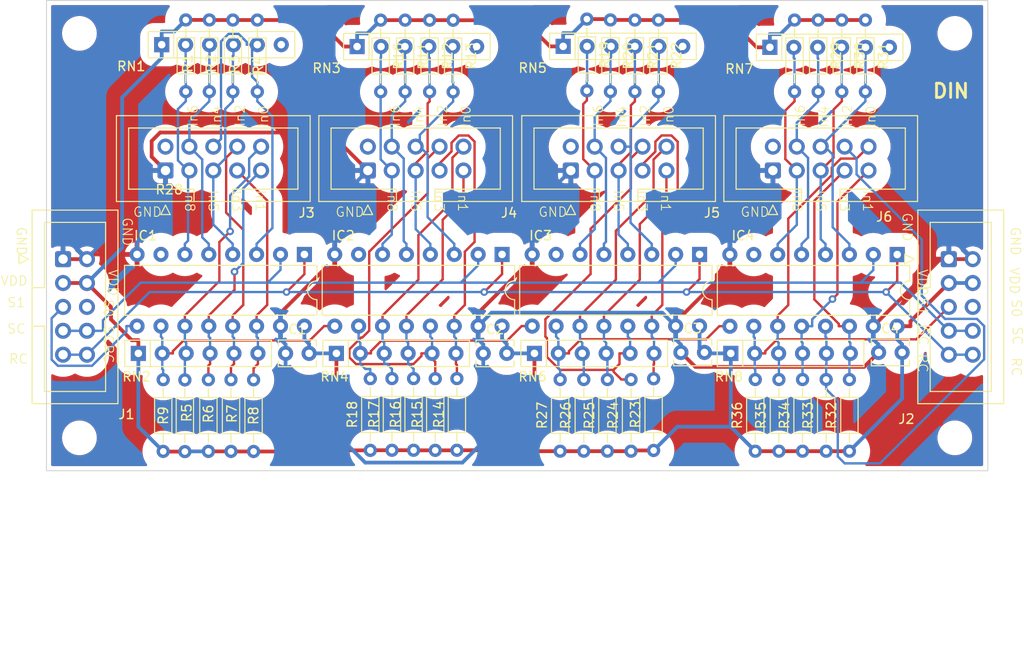
<source format=kicad_pcb>
(kicad_pcb (version 20221018) (generator pcbnew)
  (layers (0 "F.Cu" signal) (31 "B.Cu" signal) (34 "B.Paste" user) (35 "F.Paste" user) (36 "B.SilkS" user "B.Silkscreen") (37 "F.SilkS" user "F.Silkscreen") (38 "B.Mask" user) (39 "F.Mask" user) (44 "Edge.Cuts" user))
  (net 0 "")
  (net 1 "GND")
  (net 2 "+5V")
  (net 3 "RC")
  (net 4 "SC")
  (net 5 "Net-(IC1-D4)")
  (net 6 "Net-(IC1-D5)")
  (net 7 "Net-(IC1-D7)")
  (net 9 "Net-(IC1-Q7)")
  (net 10 "Net-(IC1-DS)")
  (net 11 "Net-(IC1-D0)")
  (net 12 "Net-(IC1-D1)")
  (net 13 "Net-(IC1-D2)")
  (net 14 "Net-(IC1-D3)")
  (net 15 "Net-(IC2-D4)")
  (net 16 "Net-(IC2-D5)")
  (net 17 "Net-(IC2-D6)")
  (net 18 "Net-(IC2-D7)")
  (net 20 "Net-(IC2-DS)")
  (net 21 "Net-(IC2-D0)")
  (net 22 "Net-(IC2-D1)")
  (net 23 "Net-(IC2-D2)")
  (net 24 "Net-(IC2-D3)")
  (net 25 "Net-(IC3-D4)")
  (net 26 "Net-(IC3-D5)")
  (net 27 "Net-(IC3-D6)")
  (net 28 "Net-(IC3-D7)")
  (net 30 "Net-(IC3-DS)")
  (net 31 "Net-(IC3-D0)")
  (net 32 "Net-(IC3-D1)")
  (net 33 "Net-(IC3-D2)")
  (net 34 "Net-(IC3-D3)")
  (net 35 "Net-(IC4-D4)")
  (net 36 "Net-(IC4-D5)")
  (net 37 "Net-(IC4-D6)")
  (net 38 "Net-(IC4-D7)")
  (net 40 "Net-(IC4-DS)")
  (net 41 "Net-(IC4-D0)")
  (net 42 "Net-(IC4-D1)")
  (net 43 "Net-(IC4-D2)")
  (net 44 "Net-(IC4-D3)")
  (net 54 "Net-(IC1-D6)")
  (footprint "MountingHole:MountingHole_3.2mm_M3" (layer "F.Cu") (at 43.5 93.5)
    (fp_text reference "H1" hide)
    (fp_text value "MountingHole" hide)
  )
  (footprint "Resistor_THT:R_Axial_DIN0204_L3.6mm_D1.6mm_P7.62mm_Horizontal" (layer "F.Cu") (at 99.59 137.92 90)
    (fp_text reference "R25")
    (fp_text value "10k")
  )
  (footprint "Resistor_THT:R_Axial_DIN0204_L3.6mm_D1.6mm_P7.62mm_Horizontal" (layer "F.Cu") (at 54.7 137.96 90)
    (fp_text reference "R5")
    (fp_text value "10k")
  )
  (footprint "MountingHole:MountingHole_3.2mm_M3" (layer "F.Cu") (at 136.5 136.5)
    (fp_text reference "H4" hide)
    (fp_text value "MountingHole" hide)
  )
  (footprint "lib 2022 ksir:IDC-Header_2x05_P2.54mm_Vertical_ksr_dIN" (layer "F.Cu") (at 95.7 108.08 90)
    (fp_text reference "J5")
    (fp_text value "sin_in")
  )
  (footprint "Resistor_THT:R_Axial_DIN0204_L3.6mm_D1.6mm_P7.62mm_Horizontal" (layer "F.Cu") (at 59.6 137.94 90)
    (fp_text reference "R7")
    (fp_text value "10k")
  )
  (footprint "Capacitor_THT:C_Disc_D3.8mm_W2.6mm_P2.50mm" (layer "F.Cu") (at 86.4 127.52)
    (fp_text reference "C2")
    (fp_text value "100nf")
  )
  (footprint "Resistor_THT:R_Axial_DIN0204_L3.6mm_D1.6mm_P7.62mm_Horizontal" (layer "F.Cu") (at 102.1 137.92 90)
    (fp_text reference "R24")
    (fp_text value "10k")
  )
  (footprint "Resistor_THT:R_Axial_DIN0204_L3.6mm_D1.6mm_P7.62mm_Horizontal" (layer "F.Cu") (at 97.08 137.92 90)
    (fp_text reference "R26")
    (fp_text value "10k")
  )
  (footprint "lib 2022 ksir:IDC-Header_2x05_P2.54mm_Vertical_ksr_TO_J8_J9" (layer "F.Cu") (at 41.76 117.5)
    (fp_text reference "J1")
    (fp_text value "sin_in")
  )
  (footprint "Resistor_THT:R_Axial_DIN0204_L3.6mm_D1.6mm_P7.62mm_Horizontal" (layer "F.Cu") (at 62.4 92.08 -90)
    (fp_text reference "R4")
    (fp_text value "10k")
  )
  (footprint "Resistor_THT:R_Axial_DIN0204_L3.6mm_D1.6mm_P7.62mm_Horizontal" (layer "F.Cu") (at 74.4 137.83 90)
    (fp_text reference "R18")
    (fp_text value "10k")
  )
  (footprint "Capacitor_THT:C_Disc_D3.8mm_W2.6mm_P2.50mm" (layer "F.Cu") (at 65.4 127.52)
    (fp_text reference "C1")
    (fp_text value "100nf")
  )
  (footprint "Resistor_THT:R_Axial_DIN0204_L3.6mm_D1.6mm_P7.62mm_Horizontal" (layer "F.Cu") (at 120.32 137.92 90)
    (fp_text reference "R34")
    (fp_text value "10k")
  )
  (footprint "Resistor_THT:R_Axial_DIN0204_L3.6mm_D1.6mm_P7.62mm_Horizontal" (layer "F.Cu") (at 119.47 92.08 -90)
    (fp_text reference "R28")
    (fp_text value "10k")
  )
  (footprint "Package_DIP:DIP-16_W7.62mm" (layer "F.Cu") (at 130.38 117.0132 -90)
    (fp_text reference "IC4")
    (fp_text value "74HC165")
  )
  (footprint "Resistor_THT:R_Array_SIP6" (layer "F.Cu") (at 94.89 94.88)
    (fp_text reference "RN5")
    (fp_text value "R_Network05")
  )
  (footprint "Resistor_THT:R_Axial_DIN0204_L3.6mm_D1.6mm_P7.62mm_Horizontal" (layer "F.Cu") (at 83.6 137.82 90)
    (fp_text reference "R14")
    (fp_text value "10k")
  )
  (footprint "Resistor_THT:R_Axial_DIN0204_L3.6mm_D1.6mm_P7.62mm_Horizontal" (layer "F.Cu") (at 79 137.82 90)
    (fp_text reference "R16")
    (fp_text value "10k")
  )
  (footprint "Resistor_THT:R_Axial_DIN0204_L3.6mm_D1.6mm_P7.62mm_Horizontal" (layer "F.Cu") (at 105.01 92.08 -90)
    (fp_text reference "R22")
    (fp_text value "10k")
  )
  (footprint "Resistor_THT:R_Axial_DIN0204_L3.6mm_D1.6mm_P7.62mm_Horizontal" (layer "F.Cu") (at 94.57 137.92 90)
    (fp_text reference "R27")
    (fp_text value "10k")
  )
  (footprint "Resistor_THT:R_Axial_DIN0204_L3.6mm_D1.6mm_P7.62mm_Horizontal" (layer "F.Cu") (at 75.5 92.09 -90)
    (fp_text reference "R10")
    (fp_text value "10k")
  )
  (footprint "Resistor_THT:R_Axial_DIN0204_L3.6mm_D1.6mm_P7.62mm_Horizontal" (layer "F.Cu") (at 57.3 92.07 -90)
    (fp_text reference "R2")
    (fp_text value "10k")
  )
  (footprint "MountingHole:MountingHole_3.2mm_M3" (layer "F.Cu") (at 136.5 93.5)
    (fp_text reference "H2" hide)
    (fp_text value "MountingHole" hide)
  )
  (footprint "lib 2022 ksir:IDC-Header_2x05_P2.54mm_Vertical_ksr_dIN" (layer "F.Cu") (at 52.64 108.08 90)
    (fp_text reference "J3")
    (fp_text value "sin_in")
  )
  (footprint "Resistor_THT:R_Axial_DIN0204_L3.6mm_D1.6mm_P7.62mm_Horizontal" (layer "F.Cu") (at 81.3 137.83 90)
    (fp_text reference "R15")
    (fp_text value "10k")
  )
  (footprint "Resistor_THT:R_Axial_DIN0204_L3.6mm_D1.6mm_P7.62mm_Horizontal" (layer "F.Cu") (at 83.2 92.1 -90)
    (fp_text reference "R13")
    (fp_text value "10k")
  )
  (footprint "Resistor_THT:R_Array_SIP6" (layer "F.Cu") (at 73 94.9)
    (fp_text reference "RN3")
    (fp_text value "R_Network05")
  )
  (footprint "Resistor_THT:R_Axial_DIN0204_L3.6mm_D1.6mm_P7.62mm_Horizontal" (layer "F.Cu") (at 80.7 92.09 -90)
    (fp_text reference "R12")
    (fp_text value "10k")
  )
  (footprint "Package_DIP:DIP-16_W7.62mm" (layer "F.Cu") (at 88.4 117 -90)
    (fp_text reference "IC2")
    (fp_text value "74HC165")
  )
  (footprint "Package_DIP:DIP-16_W7.62mm" (layer "F.Cu") (at 67.4 117 -90)
    (fp_text reference "IC1")
    (fp_text value "74HC165")
  )
  (footprint "Capacitor_THT:C_Disc_D3.8mm_W2.6mm_P2.50mm" (layer "F.Cu") (at 128.4 127.42)
    (fp_text reference "C4")
    (fp_text value "100nf")
  )
  (footprint "Resistor_THT:R_Array_SIP6" (layer "F.Cu") (at 70.8 127.52)
    (fp_text reference "RN4")
    (fp_text value "R_Network05")
  )
  (footprint "Resistor_THT:R_Array_SIP6" (layer "F.Cu") (at 52.24 94.7)
    (fp_text reference "RN1")
    (fp_text value "R_Network05")
  )
  (footprint "Resistor_THT:R_Axial_DIN0204_L3.6mm_D1.6mm_P7.62mm_Horizontal" (layer "F.Cu") (at 97.41 91.98 -90)
    (fp_text reference "R19")
    (fp_text value "10k")
  )
  (footprint "Resistor_THT:R_Array_SIP6" (layer "F.Cu") (at 116.85 94.98)
    (fp_text reference "RN7")
    (fp_text value "R_Network05")
  )
  (footprint "MountingHole:MountingHole_3.2mm_M3" (layer "F.Cu") (at 43.5 136.5)
    (fp_text reference "H3" hide)
    (fp_text value "MountingHole" hide)
  )
  (footprint "lib 2022 ksir:IDC-Header_2x05_P2.54mm_Vertical_ksr_dIN" (layer "F.Cu") (at 74.14 108.08 90)
    (fp_text reference "J4")
    (fp_text value "sin_in")
  )
  (footprint "Resistor_THT:R_Axial_DIN0204_L3.6mm_D1.6mm_P7.62mm_Horizontal" (layer "F.Cu") (at 52.4 137.94 90)
    (fp_text reference "R9")
    (fp_text value "10k")
  )
  (footprint "Resistor_THT:R_Axial_DIN0204_L3.6mm_D1.6mm_P7.62mm_Horizontal" (layer "F.Cu") (at 59.8 92.08 -90)
    (fp_text reference "R3")
    (fp_text value "10k")
  )
  (footprint "Resistor_THT:R_Axial_DIN0204_L3.6mm_D1.6mm_P7.62mm_Horizontal" (layer "F.Cu") (at 121.98 92.08 -90)
    (fp_text reference "R29")
    (fp_text value "10k")
  )
  (footprint "Resistor_THT:R_Axial_DIN0204_L3.6mm_D1.6mm_P7.62mm_Horizontal" (layer "F.Cu") (at 122.83 137.92 90)
    (fp_text reference "R33")
    (fp_text value "10k")
  )
  (footprint "Resistor_THT:R_Array_SIP6" (layer "F.Cu") (at 91.84 127.52)
    (fp_text reference "RN6")
    (fp_text value "R_Network05")
  )
  (footprint "lib 2022 ksir:IDC-Header_2x05_P2.54mm_Vertical_ksr_dIN" (layer "F.Cu") (at 117.17 108.08 90)
    (fp_text reference "J6")
    (fp_text value "sin_in")
  )
  (footprint "Resistor_THT:R_Axial_DIN0204_L3.6mm_D1.6mm_P7.62mm_Horizontal" (layer "F.Cu") (at 124.49 92.08 -90)
    (fp_text reference "R30")
    (fp_text value "10k")
  )
  (footprint "Resistor_THT:R_Axial_DIN0204_L3.6mm_D1.6mm_P7.62mm_Horizontal" (layer "F.Cu") (at 127 92.08 -90)
    (fp_text reference "R31")
    (fp_text value "10k")
  )
  (footprint "Resistor_THT:R_Axial_DIN0204_L3.6mm_D1.6mm_P7.62mm_Horizontal" (layer "F.Cu") (at 125.3 137.92 90)
    (fp_text reference "R32")
    (fp_text value "10k")
  )
  (footprint "Resistor_THT:R_Axial_DIN0204_L3.6mm_D1.6mm_P7.62mm_Horizontal" (layer "F.Cu") (at 78.1 92.09 -90)
    (fp_text reference "R11")
    (fp_text value "10k")
  )
  (footprint "Resistor_THT:R_Axial_DIN0204_L3.6mm_D1.6mm_P7.62mm_Horizontal" (layer "F.Cu") (at 104.5 137.84 90)
    (fp_text reference "R23")
    (fp_text value "10k")
  )
  (footprint "Resistor_THT:R_Array_SIP6" (layer "F.Cu") (at 49.76 127.52)
    (fp_text reference "RN2")
    (fp_text value "R_Network05")
  )
  (footprint "Resistor_THT:R_Array_SIP6" (layer "F.Cu") (at 112.7 127.52)
    (fp_text reference "RN8")
    (fp_text value "R_Network05")
  )
  (footprint "Resistor_THT:R_Axial_DIN0204_L3.6mm_D1.6mm_P7.62mm_Horizontal" (layer "F.Cu") (at 62 137.95 90)
    (fp_text reference "R8")
    (fp_text value "10k")
  )
  (footprint "Resistor_THT:R_Axial_DIN0204_L3.6mm_D1.6mm_P7.62mm_Horizontal" (layer "F.Cu") (at 99.91 92.07 -90)
    (fp_text reference "R20")
    (fp_text value "10k")
  )
  (footprint "Resistor_THT:R_Axial_DIN0204_L3.6mm_D1.6mm_P7.62mm_Horizontal" (layer "F.Cu") (at 115.3 137.92 90)
    (fp_text reference "R36")
    (fp_text value "10k")
  )
  (footprint "Resistor_THT:R_Axial_DIN0204_L3.6mm_D1.6mm_P7.62mm_Horizontal" (layer "F.Cu") (at 57.2 137.94 90)
    (fp_text reference "R6")
    (fp_text value "10k")
  )
  (footprint "Capacitor_THT:C_Disc_D3.8mm_W2.6mm_P2.50mm" (layer "F.Cu") (at 107.4 127.42)
    (fp_text reference "C3")
    (fp_text value "100nf")
  )
  (footprint "Resistor_THT:R_Axial_DIN0204_L3.6mm_D1.6mm_P7.62mm_Horizontal" (layer "F.Cu") (at 76.7 137.82 90)
    (fp_text reference "R17")
    (fp_text value "10k")
  )
  (footprint "lib 2022 ksir:IDC-Header_2x05_P2.54mm_Vertical_ksr_TO_J8_J9" (layer "F.Cu") (at 135.86 117.5)
    (fp_text reference "J2")
    (fp_text value "sin_in")
  )
  (footprint "Package_DIP:DIP-16_W7.62mm" (layer "F.Cu") (at 109.38 117 -90)
    (fp_text reference "IC3")
    (fp_text value "74HC165")
  )
  (footprint "Resistor_THT:R_Axial_DIN0204_L3.6mm_D1.6mm_P7.62mm_Horizontal" (layer "F.Cu") (at 54.8 92.07 -90)
    (fp_text reference "R1")
    (fp_text value "10k")
  )
  (footprint "Resistor_THT:R_Axial_DIN0204_L3.6mm_D1.6mm_P7.62mm_Horizontal" (layer "F.Cu") (at 102.51 92.08 -90)
    (fp_text reference "R21")
    (fp_text value "10k")
  )
  (footprint "Resistor_THT:R_Axial_DIN0204_L3.6mm_D1.6mm_P7.62mm_Horizontal" (layer "F.Cu") (at 117.81 137.92 90)
    (fp_text reference "R35")
    (fp_text value "10k")
  )
  (gr_poly (pts (xy 140 140) (xy 40 140) (xy 40 90) (xy 140 90)) (stroke (width 0.1)) (fill none) (layer "Edge.Cuts"))
  (gr_text "DIN" (at 134 100.5) (layer "F.SilkS") (effects (font (size 1.5 1.5) (thickness 0.3) bold) (justify left bottom)))
  (segment (start 64.86 123.2199) (end 69.6798 118.4001) (width 0.4) (layer "F.Cu") (net 1))
  (segment (start 70.1 104.04) (end 74.14 108.08) (width 0.4) (layer "F.Cu") (net 1))
  (segment (start 108.94 128.96) (end 126.86 128.96) (width 0.4) (layer "F.Cu") (net 1))
  (segment (start 85.86 123.2199) (end 90.6798 118.4001) (width 0.4) (layer "F.Cu") (net 1))
  (segment (start 64.86 124.62) (end 64.86 123.2199) (width 0.4) (layer "F.Cu") (net 1))
  (segment (start 44.3 117.5) (end 41.76 117.5) (width 0.4) (layer "F.Cu") (net 1))
  (segment (start 52.0744 104.04) (end 70.1 104.04) (width 0.4) (layer "F.Cu") (net 1))
  (segment (start 70.62 117) (end 70.62 118.4001) (width 0.4) (layer "F.Cu") (net 1))
  (segment (start 69.6798 118.4001) (end 70.62 118.4001) (width 0.4) (layer "F.Cu") (net 1))
  (segment (start 134.9732 117.5) (end 135.86 117.5) (width 0.4) (layer "F.Cu") (net 1))
  (segment (start 107.4 127.42) (end 108.94 128.96) (width 0.4) (layer "F.Cu") (net 1))
  (segment (start 138.4 117.5) (end 135.86 117.5) (width 0.4) (layer "F.Cu") (net 1))
  (segment (start 112.6 118.4133) (end 107.7934 123.2199) (width 0.4) (layer "F.Cu") (net 1))
  (segment (start 49.62 117) (end 44.8 117) (width 0.4) (layer "F.Cu") (net 1))
  (segment (start 91.6 117) (end 91.6 118.4001) (width 0.4) (layer "F.Cu") (net 1))
  (segment (start 44.8 117) (end 44.3 117.5) (width 0.4) (layer "F.Cu") (net 1))
  (segment (start 106.84 124.62) (end 106.84 123.2199) (width 0.4) (layer "F.Cu") (net 1))
  (segment (start 107.7934 123.2199) (end 106.84 123.2199) (width 0.4) (layer "F.Cu") (net 1))
  (segment (start 51.1734 104.941) (end 52.0744 104.04) (width 0.4) (layer "F.Cu") (net 1))
  (segment (start 85.86 124.62) (end 85.86 123.2199) (width 0.4) (layer "F.Cu") (net 1))
  (segment (start 51.1734 106.6134) (end 51.1734 104.941) (width 0.4) (layer "F.Cu") (net 1))
  (segment (start 90.6798 118.4001) (end 91.6 118.4001) (width 0.4) (layer "F.Cu") (net 1))
  (segment (start 126.86 128.96) (end 128.4 127.42) (width 0.4) (layer "F.Cu") (net 1))
  (segment (start 52.64 108.08) (end 51.1734 106.6134) (width 0.4) (layer "F.Cu") (net 1))
  (segment (start 127.84 124.6332) (end 134.9732 117.5) (width 0.4) (layer "F.Cu") (net 1))
  (segment (start 112.6 117.0132) (end 112.6 118.4133) (width 0.4) (layer "F.Cu") (net 1))
  (segment (start 64.86 124.62) (end 64.86 126.0201) (width 0.4) (layer "B.Cu") (net 1))
  (segment (start 105.405 123.185) (end 106.84 124.62) (width 0.4) (layer "B.Cu") (net 1))
  (segment (start 128.4 126.5933) (end 128.4 127.42) (width 0.4) (layer "B.Cu") (net 1))
  (segment (start 91.6 117) (end 91.6 112.18) (width 0.4) (layer "B.Cu") (net 1))
  (segment (start 52.64 108.08) (end 52.64 112.5799) (width 0.4) (layer "B.Cu") (net 1))
  (segment (start 65.4 127.52) (end 65.4 130.6712) (width 0.4) (layer "B.Cu") (net 1))
  (segment (start 107.4 126.5801) (end 107.4 127.42) (width 0.4) (layer "B.Cu") (net 1))
  (segment (start 127.84 124.6332) (end 127.84 126.0333) (width 0.4) (layer "B.Cu") (net 1))
  (segment (start 91.6 112.18) (end 95.7 108.08) (width 0.4) (layer "B.Cu") (net 1))
  (segment (start 70.62 117) (end 70.62 111.6) (width 0.4) (layer "B.Cu") (net 1))
  (segment (start 106.84 126.0201) (end 107.4 126.5801) (width 0.4) (layer "B.Cu") (net 1))
  (segment (start 49.62 117) (end 49.62 115.5999) (width 0.4) (layer "B.Cu") (net 1))
  (segment (start 73.8597 139.1309) (end 84.1869 139.1309) (width 0.4) (layer "B.Cu") (net 1))
  (segment (start 64.86 126.0201) (end 65.4 126.5601) (width 0.4) (layer "B.Cu") (net 1))
  (segment (start 117.17 111.0431) (end 117.17 108.08) (width 0.4) (layer "B.Cu") (net 1))
  (segment (start 112.6 117.0132) (end 112.6 115.6131) (width 0.4) (layer "B.Cu") (net 1))
  (segment (start 87.295 123.185) (end 105.405 123.185) (width 0.4) (layer "B.Cu") (net 1))
  (segment (start 70.62 111.6) (end 74.14 108.08) (width 0.4) (layer "B.Cu") (net 1))
  (segment (start 85.86 124.62) (end 85.86 126.0201) (width 0.4) (layer "B.Cu") (net 1))
  (segment (start 86.4 136.9178) (end 86.4 127.52) (width 0.4) (layer "B.Cu") (net 1))
  (segment (start 84.1869 139.1309) (end 86.4 136.9178) (width 0.4) (layer "B.Cu") (net 1))
  (segment (start 85.86 124.62) (end 87.295 123.185) (width 0.4) (layer "B.Cu") (net 1))
  (segment (start 127.84 126.0333) (end 128.4 126.5933) (width 0.4) (layer "B.Cu") (net 1))
  (segment (start 112.6 115.6131) (end 117.17 111.0431) (width 0.4) (layer "B.Cu") (net 1))
  (segment (start 85.86 126.0201) (end 86.4 126.5601) (width 0.4) (layer "B.Cu") (net 1))
  (segment (start 52.64 112.5799) (end 49.62 115.5999) (width 0.4) (layer "B.Cu") (net 1))
  (segment (start 86.4 126.5601) (end 86.4 127.52) (width 0.4) (layer "B.Cu") (net 1))
  (segment (start 65.4 126.5601) (end 65.4 127.52) (width 0.4) (layer "B.Cu") (net 1))
  (segment (start 106.84 124.62) (end 106.84 126.0201) (width 0.4) (layer "B.Cu") (net 1))
  (segment (start 65.4 130.6712) (end 73.8597 139.1309) (width 0.4) (layer "B.Cu") (net 1))
  (segment (start 83.2 92.1) (end 90.7099 92.1) (width 0.4) (layer "F.Cu") (net 2))
  (segment (start 125.3 137.92) (end 122.83 137.92) (width 0.4) (layer "F.Cu") (net 2))
  (segment (start 104.5 137.84) (end 102.18 137.84) (width 0.4) (layer "F.Cu") (net 2))
  (segment (start 79.01 137.83) (end 81.3 137.83) (width 0.4) (layer "F.Cu") (net 2))
  (segment (start 57.3 92.07) (end 57.31 92.08) (width 0.4) (layer "F.Cu") (net 2))
  (segment (start 122.83 137.92) (end 120.32 137.92) (width 0.4) (layer "F.Cu") (net 2))
  (segment (start 124.49 92.08) (end 121.98 92.08) (width 0.4) (layer "F.Cu") (net 2))
  (segment (start 121.98 92.08) (end 119.47 92.08) (width 0.4) (layer "F.Cu") (net 2))
  (segment (start 74.41 137.82) (end 74.4 137.83) (width 0.4) (layer "F.Cu") (net 2))
  (segment (start 79 137.82) (end 79.01 137.83) (width 0.4) (layer "F.Cu") (net 2))
  (segment (start 102.51 92.08) (end 102.5 92.07) (width 0.4) (layer "F.Cu") (net 2))
  (segment (start 130.38 124.6332) (end 131.7801 124.6332) (width 0.4) (layer "F.Cu") (net 2))
  (segment (start 57.31 92.08) (end 59.8 92.08) (width 0.4) (layer "F.Cu") (net 2))
  (segment (start 57.2 137.94) (end 59.6 137.94) (width 0.4) (layer "F.Cu") (net 2))
  (segment (start 44.3 120.04) (end 46.8551 122.5951) (width 0.4) (layer "F.Cu") (net 2))
  (segment (start 97.08 137.92) (end 94.57 137.92) (width 0.4) (layer "F.Cu") (net 2))
  (segment (start 62.4 92.08) (end 68.7799 92.08) (width 0.4) (layer "F.Cu") (net 2))
  (segment (start 62 137.95) (end 70.68 137.95) (width 0.4) (layer "F.Cu") (net 2))
  (segment (start 41.76 120.04) (end 44.3 120.04) (width 0.4) (layer "F.Cu") (net 2))
  (segment (start 59.6 137.94) (end 59.61 137.95) (width 0.4) (layer "F.Cu") (net 2))
  (segment (start 46.8551 123.915) (end 49.06 126.1199) (width 0.4) (layer "F.Cu") (net 2))
  (segment (start 49.06 126.1199) (end 49.76 126.1199) (width 0.4) (layer "F.Cu") (net 2))
  (segment (start 91.94 137.92) (end 91.84 137.82) (width 0.4) (layer "F.Cu") (net 2))
  (segment (start 94.89 94.88) (end 93.4899 94.88) (width 0.4) (layer "F.Cu") (net 2))
  (segment (start 90.7099 92.1) (end 93.4899 94.88) (width 0.4) (layer "F.Cu") (net 2))
  (segment (start 102.1 137.92) (end 99.59 137.92) (width 0.4) (layer "F.Cu") (net 2))
  (segment (start 102.5 92.07) (end 99.91 92.07) (width 0.4) (layer "F.Cu") (net 2))
  (segment (start 112.5499 92.08) (end 115.4499 94.98) (width 0.4) (layer "F.Cu") (net 2))
  (segment (start 131.7801 124.1199) (end 135.86 120.04) (width 0.4) (layer "F.Cu") (net 2))
  (segment (start 73 94.9) (end 71.5999 94.9) (width 0.4) (layer "F.Cu") (net 2))
  (segment (start 78.1 92.09) (end 75.5 92.09) (width 0.4) (layer "F.Cu") (net 2))
  (segment (start 91.84 137.82) (end 91.84 127.52) (width 0.4) (layer "F.Cu") (net 2))
  (segment (start 83.59 137.83) (end 83.6 137.82) (width 0.4) (layer "F.Cu") (net 2))
  (segment (start 102.18 137.84) (end 102.1 137.92) (width 0.4) (layer "F.Cu") (net 2))
  (segment (start 131.7801 124.6332) (end 131.7801 124.1199) (width 0.4) (layer "F.Cu") (net 2))
  (segment (start 80.7 92.09) (end 83.19 92.09) (width 0.4) (layer "F.Cu") (net 2))
  (segment (start 70.8 137.83) (end 74.4 137.83) (width 0.4) (layer "F.Cu") (net 2))
  (segment (start 79 137.82) (end 76.7 137.82) (width 0.4) (layer "F.Cu") (net 2))
  (segment (start 54.8 92.07) (end 57.3 92.07) (width 0.4) (layer "F.Cu") (net 2))
  (segment (start 94.57 137.92) (end 91.94 137.92) (width 0.4) (layer "F.Cu") (net 2))
  (segment (start 70.8 137.83) (end 70.8 127.52) (width 0.4) (layer "F.Cu") (net 2))
  (segment (start 52.42 137.96) (end 52.4 137.94) (width 0.4) (layer "F.Cu") (net 2))
  (segment (start 105.01 92.08) (end 112.5499 92.08) (width 0.4) (layer "F.Cu") (net 2))
  (segment (start 116.85 94.98) (end 115.4499 94.98) (width 0.4) (layer "F.Cu") (net 2))
  (segment (start 99.82 91.98) (end 99.91 92.07) (width 0.4) (layer "F.Cu") (net 2))
  (segment (start 117.81 137.92) (end 120.32 137.92) (width 0.4) (layer "F.Cu") (net 2))
  (segment (start 68.7799 92.08) (end 71.5999 94.9) (width 0.4) (layer "F.Cu") (net 2))
  (segment (start 59.61 137.95) (end 62 137.95) (width 0.4) (layer "F.Cu") (net 2))
  (segment (start 81.3 137.83) (end 83.59 137.83) (width 0.4) (layer "F.Cu") (net 2))
  (segment (start 46.8551 122.5951) (end 46.8551 123.915) (width 0.4) (layer "F.Cu") (net 2))
  (segment (start 102.51 92.08) (end 105.01 92.08) (width 0.4) (layer "F.Cu") (net 2))
  (segment (start 76.7 137.82) (end 74.41 137.82) (width 0.4) (layer "F.Cu") (net 2))
  (segment (start 91.84 137.82) (end 83.6 137.82) (width 0.4) (layer "F.Cu") (net 2))
  (segment (start 78.1 92.09) (end 80.7 92.09) (width 0.4) (layer "F.Cu") (net 2))
  (segment (start 127 92.08) (end 124.49 92.08) (width 0.4) (layer "F.Cu") (net 2))
  (segment (start 59.8 92.08) (end 62.4 92.08) (width 0.4) (layer "F.Cu") (net 2))
  (segment (start 49.76 127.52) (end 49.76 126.1199) (width 0.4) (layer "F.Cu") (net 2))
  (segment (start 83.19 92.09) (end 83.2 92.1) (width 0.4) (layer "F.Cu") (net 2))
  (segment (start 54.7 137.96) (end 52.42 137.96) (width 0.4) (layer "F.Cu") (net 2))
  (segment (start 70.68 137.95) (end 70.8 137.83) (width 0.4) (layer "F.Cu") (net 2))
  (segment (start 97.41 91.98) (end 99.82 91.98) (width 0.4) (layer "F.Cu") (net 2))
  (segment (start 99.59 137.92) (end 97.08 137.92) (width 0.4) (layer "F.Cu") (net 2))
  (segment (start 115.3 137.92) (end 117.81 137.92) (width 0.4) (layer "F.Cu") (net 2))
  (segment (start 116.85 93.5799) (end 117.9701 93.5799) (width 0.4) (layer "B.Cu") (net 2))
  (segment (start 44.3 120.04) (end 48.0414 116.2986) (width 0.4) (layer "B.Cu") (net 2))
  (segment (start 117.9701 93.5799) (end 119.47 92.08) (width 0.4) (layer "B.Cu") (net 2))
  (segment (start 54.72 137.94) (end 54.7 137.96) (width 0.4) (layer "B.Cu") (net 2))
  (segment (start 112.7 135.32) (end 107.02 135.32) (width 0.4) (layer "B.Cu") (net 2))
  (segment (start 73 94.9) (end 73 93.4999) (width 0.4) (layer "B.Cu") (net 2))
  (segment (start 48.0414 100.2987) (end 52.24 96.1001) (width 0.4) (layer "B.Cu") (net 2))
  (segment (start 109.38 126.9) (end 109.9 127.42) (width 0.4) (layer "B.Cu") (net 2))
  (segment (start 48.0414 116.2986) (end 48.0414 100.2987) (width 0.4) (layer "B.Cu") (net 2))
  (segment (start 112.7 127.52) (end 110 127.52) (width 0.4) (layer "B.Cu") (net 2))
  (segment (start 130.38 126.0333) (end 130.9 126.5533) (width 0.4) (layer "B.Cu") (net 2))
  (segment (start 70.8 127.52) (end 67.9 127.52) (width 0.4) (layer "B.Cu") (net 2))
  (segment (start 95.9101 93.4799) (end 94.89 93.4799) (width 0.4) (layer "B.Cu") (net 2))
  (segment (start 109.38 124.62) (end 109.38 126.9) (width 0.4) (layer "B.Cu") (net 2))
  (segment (start 52.24 94.7) (end 52.24 96.1001) (width 0.4) (layer "B.Cu") (net 2))
  (segment (start 130.38 124.6332) (end 130.38 126.0333) (width 0.4) (layer "B.Cu") (net 2))
  (segment (start 112.7 127.52) (end 112.7 135.32) (width 0.4) (layer "B.Cu") (net 2))
  (segment (start 67.4 124.62) (end 67.4 126.0201) (width 0.4) (layer "B.Cu") (net 2))
  (segment (start 107.02 135.32) (end 104.5 137.84) (width 0.4) (layer "B.Cu") (net 2))
  (segment (start 88.4 124.62) (end 88.4 126.0201) (width 0.4) (layer "B.Cu") (net 2))
  (segment (start 130.9 127.42) (end 130.9 132.32) (width 0.4) (layer "B.Cu") (net 2))
  (segment (start 130.9 126.5533) (end 130.9 127.42) (width 0.4) (layer "B.Cu") (net 2))
  (segment (start 130.9 132.32) (end 125.3 137.92) (width 0.4) (layer "B.Cu") (net 2))
  (segment (start 49.76 135.3) (end 49.76 127.52) (width 0.4) (layer "B.Cu") (net 2))
  (segment (start 52.24 94.7) (end 52.24 93.2999) (width 0.4) (layer "B.Cu") (net 2))
  (segment (start 97.41 91.98) (end 95.9101 93.4799) (width 0.4) (layer "B.Cu") (net 2))
  (segment (start 74.0901 93.4999) (end 75.5 92.09) (width 0.4) (layer "B.Cu") (net 2))
  (segment (start 67.9 126.5201) (end 67.4 126.0201) (width 0.4) (layer "B.Cu") (net 2))
  (segment (start 112.7 135.32) (end 115.3 137.92) (width 0.4) (layer "B.Cu") (net 2))
  (segment (start 138.4 120.04) (end 135.86 120.04) (width 0.4) (layer "B.Cu") (net 2))
  (segment (start 57.2 137.94) (end 54.72 137.94) (width 0.4) (layer "B.Cu") (net 2))
  (segment (start 94.89 94.88) (end 94.89 93.4799) (width 0.4) (layer "B.Cu") (net 2))
  (segment (start 52.4 137.94) (end 49.76 135.3) (width 0.4) (layer "B.Cu") (net 2))
  (segment (start 88.9 127.52) (end 88.9 126.5201) (width 0.4) (layer "B.Cu") (net 2))
  (segment (start 73 93.4999) (end 74.0901 93.4999) (width 0.4) (layer "B.Cu") (net 2))
  (segment (start 52.24 93.2999) (end 53.5701 93.2999) (width 0.4) (layer "B.Cu") (net 2))
  (segment (start 91.84 127.52) (end 88.9 127.52) (width 0.4) (layer "B.Cu") (net 2))
  (segment (start 67.9 127.52) (end 67.9 126.5201) (width 0.4) (layer "B.Cu") (net 2))
  (segment (start 110 127.52) (end 109.9 127.42) (width 0.4) (layer "B.Cu") (net 2))
  (segment (start 53.5701 93.2999) (end 54.8 92.07) (width 0.4) (layer "B.Cu") (net 2))
  (segment (start 116.85 94.98) (end 116.85 93.5799) (width 0.4) (layer "B.Cu") (net 2))
  (segment (start 88.9 126.5201) (end 88.4 126.0201) (width 0.4) (layer "B.Cu") (net 2))
  (segment (start 88.4 117) (end 88.4 119.1) (width 0.25) (layer "F.Cu") (net 3))
  (segment (start 130.38 117.0132) (end 130.38 119.82) (width 0.25) (layer "F.Cu") (net 3))
  (segment (start 109.38 117) (end 109.38 119.62) (width 0.25) (layer "F.Cu") (net 3))
  (segment (start 109.38 119.62) (end 108 121) (width 0.25) (layer "F.Cu") (net 3))
  (segment (start 67.4 117) (end 67.4 119.1) (width 0.25) (layer "F.Cu") (net 3))
  (segment (start 67.4 119.1) (end 65.5 121) (width 0.25) (layer "F.Cu") (net 3))
  (segment (start 130.38 117.013) (end 130.38 117.0132) (width 0.25) (layer "F.Cu") (net 3))
  (segment (start 88.4 119.1) (end 86.5 121) (width 0.25) (layer "F.Cu") (net 3))
  (segment (start 130.38 119.82) (end 129.2 121) (width 0.25) (layer "F.Cu") (net 3))
  (via (at 86.5 121) (size 0.8) (drill 0.4) (layers "F.Cu" "B.Cu") (net 3))
  (via (at 65.5 121) (size 0.8) (drill 0.4) (layers "F.Cu" "B.Cu") (net 3))
  (via (at 108 121) (size 0.8) (drill 0.4) (layers "F.Cu" "B.Cu") (net 3))
  (via (at 129.2 121) (size 0.8) (drill 0.4) (layers "F.Cu" "B.Cu") (net 3))
  (segment (start 41.76 127.66) (end 44.3 127.66) (width 0.25) (layer "B.Cu") (net 3))
  (segment (start 50.96 121) (end 65.5 121) (width 0.25) (layer "B.Cu") (net 3))
  (segment (start 65.5 121) (end 86.5 121) (width 0.25) (layer "B.Cu") (net 3))
  (segment (start 135.86 127.66) (end 138.4 127.66) (width 0.25) (layer "B.Cu") (net 3))
  (segment (start 129.2 121) (end 135.86 127.66) (width 0.25) (layer "B.Cu") (net 3))
  (segment (start 108 121) (end 129.2 121) (width 0.25) (layer "B.Cu") (net 3))
  (segment (start 86.5 121) (end 108 121) (width 0.25) (layer "B.Cu") (net 3))
  (segment (start 44.3 127.66) (end 50.96 121) (width 0.25) (layer "B.Cu") (net 3))
  (segment (start 138.4 125.12) (end 135.86 125.12) (width 0.25) (layer "B.Cu") (net 4))
  (segment (start 84 120) (end 63.5 120) (width 0.25) (layer "B.Cu") (net 4))
  (segment (start 50 120) (end 46 124) (width 0.25) (layer "B.Cu") (net 4))
  (segment (start 46 125) (end 45.88 125.12) (width 0.25) (layer "B.Cu") (net 4))
  (segment (start 85.86 118.14) (end 84 120) (width 0.25) (layer "B.Cu") (net 4))
  (segment (start 126.5 120) (end 105 120) (width 0.25) (layer "B.Cu") (net 4))
  (segment (start 106.84 118.16) (end 105 120) (width 0.25) (layer "B.Cu") (net 4))
  (segment (start 64.86 117) (end 64.86 118.64) (width 0.25) (layer "B.Cu") (net 4))
  (segment (start 45.88 125.12) (end 44.3 125.12) (width 0.25) (layer "B.Cu") (net 4))
  (segment (start 127.84 118.66) (end 126.5 120) (width 0.25) (layer "B.Cu") (net 4))
  (segment (start 63.5 120) (end 50 120) (width 0.25) (layer "B.Cu") (net 4))
  (segment (start 85.86 117) (end 85.86 118.14) (width 0.25) (layer "B.Cu") (net 4))
  (segment (start 106.84 117) (end 106.84 118.16) (width 0.25) (layer "B.Cu") (net 4))
  (segment (start 64.86 118.64) (end 63.5 120) (width 0.25) (layer "B.Cu") (net 4))
  (segment (start 46 124) (end 46 125) (width 0.25) (layer "B.Cu") (net 4))
  (segment (start 44.3 125.12) (end 41.76 125.12) (width 0.25) (layer "B.Cu") (net 4))
  (segment (start 130.74 120) (end 126.5 120) (width 0.25) (layer "B.Cu") (net 4))
  (segment (start 127.84 117.013) (end 127.84 117.0132) (width 0.25) (layer "B.Cu") (net 4))
  (segment (start 105 120) (end 84 120) (width 0.25) (layer "B.Cu") (net 4))
  (segment (start 127.84 117.0132) (end 127.84 118.66) (width 0.25) (layer "B.Cu") (net 4))
  (segment (start 135.86 125.12) (end 130.74 120) (width 0.25) (layer "B.Cu") (net 4))
  (segment (start 61.8375 98.1124) (end 62.4 98.6749) (width 0.25) (layer "B.Cu") (net 5))
  (segment (start 62.4 99.7) (end 62.4 100.7251) (width 0.25) (layer "B.Cu") (net 5))
  (segment (start 61.8375 94.7) (end 61.8375 98.1124) (width 0.25) (layer "B.Cu") (net 5))
  (segment (start 58.5398 104.7202) (end 57.72 105.54) (width 0.25) (layer "B.Cu") (net 5))
  (segment (start 61.2749 94.7) (end 61.2749 94.4187) (width 0.25) (layer "B.Cu") (net 5))
  (segment (start 64.002 114.1929) (end 62.32 115.8749) (width 0.25) (layer "B.Cu") (net 5))
  (segment (start 59.3385 93.5557) (end 58.5398 94.3544) (width 0.25) (layer "B.Cu") (net 5))
  (segment (start 62.32 117) (end 62.32 115.8749) (width 0.25) (layer "B.Cu") (net 5))
  (segment (start 64.002 102.3271) (end 64.002 114.1929) (width 0.25) (layer "B.Cu") (net 5))
  (segment (start 61.2749 94.4187) (end 60.4119 93.5557) (width 0.25) (layer "B.Cu") (net 5))
  (segment (start 61.8375 94.7) (end 61.2749 94.7) (width 0.25) (layer "B.Cu") (net 5))
  (segment (start 62.4 99.7) (end 62.4 98.6749) (width 0.25) (layer "B.Cu") (net 5))
  (segment (start 60.4119 93.5557) (end 59.3385 93.5557) (width 0.25) (layer "B.Cu") (net 5))
  (segment (start 62.4 94.7) (end 61.8375 94.7) (width 0.25) (layer "B.Cu") (net 5))
  (segment (start 58.5398 94.3544) (end 58.5398 104.7202) (width 0.25) (layer "B.Cu") (net 5))
  (segment (start 62.4 100.7251) (end 64.002 102.3271) (width 0.25) (layer "B.Cu") (net 5))
  (segment (start 59.86 94.7) (end 59.86 95.8251) (width 0.25) (layer "B.Cu") (net 6))
  (segment (start 59.78 115.8749) (end 57.72 113.8149) (width 0.25) (layer "B.Cu") (net 6))
  (segment (start 59.8 99.7) (end 59.8 100.7251) (width 0.25) (layer "B.Cu") (net 6))
  (segment (start 58.99 101.5351) (end 59.8 100.7251) (width 0.25) (layer "B.Cu") (net 6))
  (segment (start 57.72 113.8149) (end 57.72 108.08) (width 0.25) (layer "B.Cu") (net 6))
  (segment (start 57.72 108.08) (end 58.99 106.81) (width 0.25) (layer "B.Cu") (net 6))
  (segment (start 58.99 106.81) (end 58.99 101.5351) (width 0.25) (layer "B.Cu") (net 6))
  (segment (start 59.78 117) (end 59.78 115.8749) (width 0.25) (layer "B.Cu") (net 6))
  (segment (start 59.8 95.8851) (end 59.8 99.7) (width 0.25) (layer "B.Cu") (net 6))
  (segment (start 59.86 95.8251) (end 59.8 95.8851) (width 0.25) (layer "B.Cu") (net 6))
  (segment (start 54.78 94.7) (end 54.78 98.6449) (width 0.25) (layer "B.Cu") (net 7))
  (segment (start 54.7 117) (end 54.7 115.8749) (width 0.25) (layer "B.Cu") (net 7))
  (segment (start 55.0398 115.5351) (end 54.7 115.8749) (width 0.25) (layer "B.Cu") (net 7))
  (segment (start 55.0398 108.08) (end 55.0398 115.5351) (width 0.25) (layer "B.Cu") (net 7))
  (segment (start 54.78 98.6449) (end 54.8 98.6649) (width 0.25) (layer "B.Cu") (net 7))
  (segment (start 54.8 100.7151) (end 53.9657 101.5494) (width 0.25) (layer "B.Cu") (net 7))
  (segment (start 54.8 99.69) (end 54.8 98.6649) (width 0.25) (layer "B.Cu") (net 7))
  (segment (start 53.9657 107.0059) (end 55.0398 108.08) (width 0.25) (layer "B.Cu") (net 7))
  (segment (start 55.18 108.08) (end 55.0398 108.08) (width 0.25) (layer "B.Cu") (net 7))
  (segment (start 54.8 99.69) (end 54.8 100.7151) (width 0.25) (layer "B.Cu") (net 7))
  (segment (start 53.9657 101.5494) (end 53.9657 107.0059) (width 0.25) (layer "B.Cu") (net 7))
  (segment (start 44.8392 128.8382) (end 41.2035 128.8382) (width 0.25) (layer "B.Cu") (net 9))
  (segment (start 41.2035 128.8382) (end 40.5468 128.1815) (width 0.25) (layer "B.Cu") (net 9))
  (segment (start 48.4949 124.62) (end 48.4949 125.1825) (width 0.25) (layer "B.Cu") (net 9))
  (segment (start 40.5468 128.1815) (end 40.5468 123.7932) (width 0.25) (layer "B.Cu") (net 9))
  (segment (start 40.5468 123.7932) (end 41.76 122.58) (width 0.25) (layer "B.Cu") (net 9))
  (segment (start 49.62 124.62) (end 48.4949 124.62) (width 0.25) (layer "B.Cu") (net 9))
  (segment (start 48.4949 125.1825) (end 44.8392 128.8382) (width 0.25) (layer "B.Cu") (net 9))
  (segment (start 69.4949 124.62) (end 67.9749 126.14) (width 0.25) (layer "F.Cu") (net 10))
  (segment (start 67.9749 126.14) (end 54.5719 126.14) (width 0.25) (layer "F.Cu") (net 10))
  (segment (start 52.3 127.52) (end 53.4251 127.52) (width 0.25) (layer "F.Cu") (net 10))
  (segment (start 54.5719 126.14) (end 53.4251 127.2868) (width 0.25) (layer "F.Cu") (net 10))
  (segment (start 70.62 124.62) (end 69.4949 124.62) (width 0.25) (layer "F.Cu") (net 10))
  (segment (start 53.4251 127.2868) (end 53.4251 127.52) (width 0.25) (layer "F.Cu") (net 10))
  (segment (start 52.3 125.8851) (end 52.16 125.7451) (width 0.25) (layer "B.Cu") (net 10))
  (segment (start 52.4 129.2949) (end 52.3 129.1949) (width 0.25) (layer "B.Cu") (net 10))
  (segment (start 52.3 127.52) (end 52.3 125.8851) (width 0.25) (layer "B.Cu") (net 10))
  (segment (start 52.4 130.32) (end 52.4 129.2949) (width 0.25) (layer "B.Cu") (net 10))
  (segment (start 52.16 124.62) (end 52.16 125.7451) (width 0.25) (layer "B.Cu") (net 10))
  (segment (start 52.3 129.1949) (end 52.3 127.52) (width 0.25) (layer "B.Cu") (net 10))
  (segment (start 54.7 124.62) (end 54.7 123.4949) (width 0.25) (layer "F.Cu") (net 11))
  (segment (start 54.7 123.4949) (end 58.3652 119.8297) (width 0.25) (layer "F.Cu") (net 11))
  (segment (start 58.3652 119.8297) (end 58.3652 115.6879) (width 0.25) (layer "F.Cu") (net 11))
  (segment (start 58.3652 115.6879) (end 59.5067 114.5464) (width 0.25) (layer "F.Cu") (net 11))
  (via (at 59.5067 114.5464) (size 0.8) (drill 0.4) (layers "F.Cu" "B.Cu") (net 11))
  (segment (start 54.84 126.9574) (end 54.84 126.3949) (width 0.25) (layer "B.Cu") (net 11))
  (segment (start 61.53 106.81) (end 61.53 108.7133) (width 0.25) (layer "B.Cu") (net 11))
  (segment (start 54.7 127.0974) (end 54.7 130.34) (width 0.25) (layer "B.Cu") (net 11))
  (segment (start 54.84 127.52) (end 54.84 126.9574) (width 0.25) (layer "B.Cu") (net 11))
  (segment (start 62.8 105.54) (end 61.53 106.81) (width 0.25) (layer "B.Cu") (net 11))
  (segment (start 59.5067 110.7366) (end 59.5067 114.5464) (width 0.25) (layer "B.Cu") (net 11))
  (segment (start 54.7 126.2549) (end 54.7 124.62) (width 0.25) (layer "B.Cu") (net 11))
  (segment (start 61.53 108.7133) (end 59.5067 110.7366) (width 0.25) (layer "B.Cu") (net 11))
  (segment (start 54.84 126.3949) (end 54.7 126.2549) (width 0.25) (layer "B.Cu") (net 11))
  (segment (start 54.84 126.9574) (end 54.7 127.0974) (width 0.25) (layer "B.Cu") (net 11))
  (segment (start 57.38 127.52) (end 57.38 128.6451) (width 0.25) (layer "F.Cu") (net 12))
  (segment (start 57.2 128.8251) (end 57.2 130.32) (width 0.25) (layer "F.Cu") (net 12))
  (segment (start 59.9749 120.76) (end 59.9749 118.8375) (width 0.25) (layer "F.Cu") (net 12))
  (segment (start 57.24 123.4949) (end 59.9749 120.76) (width 0.25) (layer "F.Cu") (net 12))
  (segment (start 57.38 128.6451) (end 57.2 128.8251) (width 0.25) (layer "F.Cu") (net 12))
  (segment (start 57.24 124.62) (end 57.24 123.4949) (width 0.25) (layer "F.Cu") (net 12))
  (via (at 59.9749 118.8375) (size 0.8) (drill 0.4) (layers "F.Cu" "B.Cu") (net 12))
  (segment (start 57.24 125.7451) (end 57.38 125.8851) (width 0.25) (layer "B.Cu") (net 12))
  (segment (start 59.9749 118.8375) (end 60.9052 117.9072) (width 0.25) (layer "B.Cu") (net 12))
  (segment (start 57.38 125.8851) (end 57.38 127.52) (width 0.25) (layer "B.Cu") (net 12))
  (segment (start 57.24 124.62) (end 57.24 125.7451) (width 0.25) (layer "B.Cu") (net 12))
  (segment (start 60.9052 117.9072) (end 60.9052 109.9748) (width 0.25) (layer "B.Cu") (net 12))
  (segment (start 60.9052 109.9748) (end 62.8 108.08) (width 0.25) (layer "B.Cu") (net 12))
  (segment (start 59.92 128.6451) (end 59.6 128.9651) (width 0.25) (layer "F.Cu") (net 13))
  (segment (start 59.78 124.62) (end 59.78 123.4949) (width 0.25) (layer "F.Cu") (net 13))
  (segment (start 59.0848 106.7152) (end 60.26 105.54) (width 0.25) (layer "F.Cu") (net 13))
  (segment (start 59.78 123.4949) (end 60.9052 122.3697) (width 0.25) (layer "F.Cu") (net 13))
  (segment (start 60.9052 122.3697) (end 60.9052 114.3811) (width 0.25) (layer "F.Cu") (net 13))
  (segment (start 59.0848 112.5607) (end 59.0848 106.7152) (width 0.25) (layer "F.Cu") (net 13))
  (segment (start 59.92 127.52) (end 59.92 128.6451) (width 0.25) (layer "F.Cu") (net 13))
  (segment (start 60.9052 114.3811) (end 59.0848 112.5607) (width 0.25) (layer "F.Cu") (net 13))
  (segment (start 59.6 128.9651) (end 59.6 130.32) (width 0.25) (layer "F.Cu") (net 13))
  (segment (start 59.78 124.62) (end 59.78 125.7451) (width 0.25) (layer "B.Cu") (net 13))
  (segment (start 59.92 125.8851) (end 59.92 127.52) (width 0.25) (layer "B.Cu") (net 13))
  (segment (start 59.78 125.7451) (end 59.92 125.8851) (width 0.25) (layer "B.Cu") (net 13))
  (segment (start 62.46 127.52) (end 62.46 128.6451) (width 0.25) (layer "F.Cu") (net 14))
  (segment (start 62 129.1051) (end 62 130.33) (width 0.25) (layer "F.Cu") (net 14))
  (segment (start 60.26 108.08) (end 63.4482 111.2682) (width 0.25) (layer "F.Cu") (net 14))
  (segment (start 62.32 124.62) (end 62.32 123.4949) (width 0.25) (layer "F.Cu") (net 14))
  (segment (start 63.4482 111.2682) (end 63.4482 122.3667) (width 0.25) (layer "F.Cu") (net 14))
  (segment (start 63.4482 122.3667) (end 62.32 123.4949) (width 0.25) (layer "F.Cu") (net 14))
  (segment (start 62.46 128.6451) (end 62 129.1051) (width 0.25) (layer "F.Cu") (net 14))
  (segment (start 62.46 125.8851) (end 62.46 127.52) (width 0.25) (layer "B.Cu") (net 14))
  (segment (start 62.32 125.7451) (end 62.46 125.8851) (width 0.25) (layer "B.Cu") (net 14))
  (segment (start 62.32 124.62) (end 62.32 125.7451) (width 0.25) (layer "B.Cu") (net 14))
  (segment (start 80.49 113.0449) (end 80.49 106.3709) (width 0.25) (layer "B.Cu") (net 15))
  (segment (start 80.49 106.3709) (end 79.6591 105.54) (width 0.25) (layer "B.Cu") (net 15))
  (segment (start 83.32 115.8749) (end 80.49 113.0449) (width 0.25) (layer "B.Cu") (net 15))
  (segment (start 79.6591 104.286) (end 83.2 100.7451) (width 0.25) (layer "B.Cu") (net 15))
  (segment (start 83.16 94.9) (end 83.16 98.6549) (width 0.25) (layer "B.Cu") (net 15))
  (segment (start 79.6591 105.54) (end 79.6591 104.286) (width 0.25) (layer "B.Cu") (net 15))
  (segment (start 83.2 99.72) (end 83.2 98.6949) (width 0.25) (layer "B.Cu") (net 15))
  (segment (start 83.2 99.72) (end 83.2 100.7451) (width 0.25) (layer "B.Cu") (net 15))
  (segment (start 83.16 98.6549) (end 83.2 98.6949) (width 0.25) (layer "B.Cu") (net 15))
  (segment (start 79.6591 105.54) (end 79.22 105.54) (width 0.25) (layer "B.Cu") (net 15))
  (segment (start 83.32 117) (end 83.32 115.8749) (width 0.25) (layer "B.Cu") (net 15))
  (segment (start 80.49 106.0526) (end 79.22 107.3226) (width 0.25) (layer "F.Cu") (net 16))
  (segment (start 80.7 99.71) (end 80.7 100.7351) (width 0.25) (layer "F.Cu") (net 16))
  (segment (start 79.22 107.3226) (end 79.22 108.08) (width 0.25) (layer "F.Cu") (net 16))
  (segment (start 80.49 100.9451) (end 80.49 106.0526) (width 0.25) (layer "F.Cu") (net 16))
  (segment (start 80.7 100.7351) (end 80.49 100.9451) (width 0.25) (layer "F.Cu") (net 16))
  (segment (start 80.62 94.9) (end 80.62 96.0251) (width 0.25) (layer "B.Cu") (net 16))
  (segment (start 80.7 96.1051) (end 80.7 99.71) (width 0.25) (layer "B.Cu") (net 16))
  (segment (start 79.22 114.3149) (end 79.22 108.08) (width 0.25) (layer "B.Cu") (net 16))
  (segment (start 80.78 115.8749) (end 79.22 114.3149) (width 0.25) (layer "B.Cu") (net 16))
  (segment (start 80.78 117) (end 80.78 115.8749) (width 0.25) (layer "B.Cu") (net 16))
  (segment (start 80.62 96.0251) (end 80.7 96.1051) (width 0.25) (layer "B.Cu") (net 16))
  (segment (start 78.08 96.0251) (end 78.1 96.0451) (width 0.25) (layer "B.Cu") (net 17))
  (segment (start 77.95 115.5849) (end 77.95 106.81) (width 0.25) (layer "B.Cu") (net 17))
  (segment (start 78.1 96.0451) (end 78.1 99.71) (width 0.25) (layer "B.Cu") (net 17))
  (segment (start 78.24 117) (end 78.24 115.8749) (width 0.25) (layer "B.Cu") (net 17))
  (segment (start 78.08 94.9) (end 78.08 96.0251) (width 0.25) (layer "B.Cu") (net 17))
  (segment (start 76.68 102.1551) (end 76.68 105.54) (width 0.25) (layer "B.Cu") (net 17))
  (segment (start 78.1 99.71) (end 78.1 100.7351) (width 0.25) (layer "B.Cu") (net 17))
  (segment (start 78.24 115.8749) (end 77.95 115.5849) (width 0.25) (layer "B.Cu") (net 17))
  (segment (start 77.95 106.81) (end 76.68 105.54) (width 0.25) (layer "B.Cu") (net 17))
  (segment (start 78.1 100.7351) (end 76.68 102.1551) (width 0.25) (layer "B.Cu") (net 17))
  (segment (start 75.5 106.9) (end 76.68 108.08) (width 0.25) (layer "B.Cu") (net 18))
  (segment (start 75.5 96.0651) (end 75.5 99.71) (width 0.25) (layer "B.Cu") (net 18))
  (segment (start 76.68 114.8949) (end 76.68 108.08) (width 0.25) (layer "B.Cu") (net 18))
  (segment (start 75.7 115.8749) (end 76.68 114.8949) (width 0.25) (layer "B.Cu") (net 18))
  (segment (start 75.7 117) (end 75.7 115.8749) (width 0.25) (layer "B.Cu") (net 18))
  (segment (start 75.54 96.0251) (end 75.5 96.0651) (width 0.25) (layer "B.Cu") (net 18))
  (segment (start 75.54 94.9) (end 75.54 96.0251) (width 0.25) (layer "B.Cu") (net 18))
  (segment (start 75.5 99.71) (end 75.5 106.9) (width 0.25) (layer "B.Cu") (net 18))
  (segment (start 75.5919 126.16) (end 74.4651 127.2868) (width 0.25) (layer "F.Cu") (net 20))
  (segment (start 90.4749 124.62) (end 88.9349 126.16) (width 0.25) (layer "F.Cu") (net 20))
  (segment (start 88.9349 126.16) (end 75.5919 126.16) (width 0.25) (layer "F.Cu") (net 20))
  (segment (start 74.4651 127.2868) (end 74.4651 127.52) (width 0.25) (layer "F.Cu") (net 20))
  (segment (start 91.6 124.62) (end 90.4749 124.62) (width 0.25) (layer "F.Cu") (net 20))
  (segment (start 73.34 127.52) (end 74.4651 127.52) (width 0.25) (layer "F.Cu") (net 20))
  (segment (start 73.8798 129.1849) (end 74.4 129.1849) (width 0.25) (layer "B.Cu") (net 20))
  (segment (start 73.16 126.2149) (end 73.34 126.3949) (width 0.25) (layer "B.Cu") (net 20))
  (segment (start 73.34 127.52) (end 73.34 126.3949) (width 0.25) (layer "B.Cu") (net 20))
  (segment (start 73.16 124.62) (end 73.16 126.2149) (width 0.25) (layer "B.Cu") (net 20))
  (segment (start 73.34 128.6451) (end 73.8798 129.1849) (width 0.25) (layer "B.Cu") (net 20))
  (segment (start 73.34 127.52) (end 73.34 128.6451) (width 0.25) (layer "B.Cu") (net 20))
  (segment (start 74.4 130.21) (end 74.4 129.1849) (width 0.25) (layer "B.Cu") (net 20))
  (segment (start 83.1248 111.3298) (end 79.51 114.9446) (width 0.25) (layer "F.Cu") (net 21))
  (segment (start 84.3 105.54) (end 83.1248 106.7152) (width 0.25) (layer "F.Cu") (net 21))
  (segment (start 83.1248 106.7152) (end 83.1248 111.3298) (width 0.25) (layer "F.Cu") (net 21))
  (segment (start 79.51 119.6849) (end 75.7 123.4949) (width 0.25) (layer "F.Cu") (net 21))
  (segment (start 75.7 124.62) (end 75.7 123.4949) (width 0.25) (layer "F.Cu") (net 21))
  (segment (start 79.51 114.9446) (end 79.51 119.6849) (width 0.25) (layer "F.Cu") (net 21))
  (segment (start 75.88 126.3949) (end 75.7 126.2149) (width 0.25) (layer "B.Cu") (net 21))
  (segment (start 76.1702 128.6451) (end 76.7 129.1749) (width 0.25) (layer "B.Cu") (net 21))
  (segment (start 75.88 128.6451) (end 76.1702 128.6451) (width 0.25) (layer "B.Cu") (net 21))
  (segment (start 76.7 130.2) (end 76.7 129.1749) (width 0.25) (layer "B.Cu") (net 21))
  (segment (start 75.88 126.9574) (end 75.88 126.3949) (width 0.25) (layer "B.Cu") (net 21))
  (segment (start 75.88 126.9574) (end 75.88 127.52) (width 0.25) (layer "B.Cu") (net 21))
  (segment (start 75.88 127.52) (end 75.88 128.6451) (width 0.25) (layer "B.Cu") (net 21))
  (segment (start 75.7 126.2149) (end 75.7 124.62) (width 0.25) (layer "B.Cu") (net 21))
  (segment (start 82.0917 113.3177) (end 84.3 111.1094) (width 0.25) (layer "F.Cu") (net 22))
  (segment (start 78.24 124.62) (end 78.24 123.4949) (width 0.25) (layer "F.Cu") (net 22))
  (segment (start 84.3 111.1094) (end 84.3 108.08) (width 0.25) (layer "F.Cu") (net 22))
  (segment (start 78.24 123.4949) (end 82.0917 119.6432) (width 0.25) (layer "F.Cu") (net 22))
  (segment (start 82.0917 119.6432) (end 82.0917 113.3177) (width 0.25) (layer "F.Cu") (net 22))
  (segment (start 78.42 128.6451) (end 78.4702 128.6451) (width 0.25) (layer "B.Cu") (net 22))
  (segment (start 78.42 127.52) (end 78.42 126.3949) (width 0.25) (layer "B.Cu") (net 22))
  (segment (start 79 130.2) (end 79 129.1749) (width 0.25) (layer "B.Cu") (net 22))
  (segment (start 78.42 127.52) (end 78.42 128.6451) (width 0.25) (layer "B.Cu") (net 22))
  (segment (start 78.24 126.2149) (end 78.42 126.3949) (width 0.25) (layer "B.Cu") (net 22))
  (segment (start 78.24 124.62) (end 78.24 126.2149) (width 0.25) (layer "B.Cu") (net 22))
  (segment (start 78.4702 128.6451) (end 79 129.1749) (width 0.25) (layer "B.Cu") (net 22))
  (segment (start 72.177 127.0879) (end 73.4297 125.8352) (width 0.25) (layer "F.Cu") (net 23))
  (segment (start 79.8349 127.8013) (end 78.975 128.6612) (width 0.25) (layer "F.Cu") (net 23))
  (segment (start 79.8349 127.52) (end 79.8349 127.8013) (width 0.25) (layer "F.Cu") (net 23))
  (segment (start 81.3 128.4225) (end 81.3 130.21) (width 0.25) (layer "F.Cu") (net 23))
  (segment (start 73.5549 125.8352) (end 74.2852 125.1049) (width 0.25) (layer "F.Cu") (net 23))
  (segment (start 78.975 128.6612) (end 72.8876 128.6612) (width 0.25) (layer "F.Cu") (net 23))
  (segment (start 74.2852 116.7017) (end 80.49 110.4969) (width 0.25) (layer "F.Cu") (net 23))
  (segment (start 80.49 110.4969) (end 80.49 106.81) (width 0.25) (layer "F.Cu") (net 23))
  (segment (start 80.3975 127.52) (end 81.3 128.4225) (width 0.25) (layer "F.Cu") (net 23))
  (segment (start 80.96 127.52) (end 80.3975 127.52) (width 0.25) (layer "F.Cu") (net 23))
  (segment (start 80.49 106.81) (end 81.76 105.54) (width 0.25) (layer "F.Cu") (net 23))
  (segment (start 72.8876 128.6612) (end 72.177 127.9506) (width 0.25) (layer "F.Cu") (net 23))
  (segment (start 74.2852 125.1049) (end 74.2852 116.7017) (width 0.25) (layer "F.Cu") (net 23))
  (segment (start 73.4297 125.8352) (end 73.5549 125.8352) (width 0.25) (layer "F.Cu") (net 23))
  (segment (start 80.3975 127.52) (end 79.8349 127.52) (width 0.25) (layer "F.Cu") (net 23))
  (segment (start 72.177 127.9506) (end 72.177 127.0879) (width 0.25) (layer "F.Cu") (net 23))
  (segment (start 80.78 124.62) (end 80.78 125.7451) (width 0.25) (layer "B.Cu") (net 23))
  (segment (start 80.78 125.7451) (end 80.96 125.9251) (width 0.25) (layer "B.Cu") (net 23))
  (segment (start 80.96 125.9251) (end 80.96 127.52) (width 0.25) (layer "B.Cu") (net 23))
  (segment (start 85.4773 115.6727) (end 85.4773 105.0073) (width 0.25) (layer "F.Cu") (net 24))
  (segment (start 83.03 106.0527) (end 81.76 107.3227) (width 0.25) (layer "F.Cu") (net 24))
  (segment (start 83.7995 104.3556) (end 83.03 105.1251) (width 0.25) (layer "F.Cu") (net 24))
  (segment (start 84.8256 104.3556) (end 83.7995 104.3556) (width 0.25) (layer "F.Cu") (net 24))
  (segment (start 84.4451 122.3698) (end 84.4451 116.7049) (width 0.25) (layer "F.Cu") (net 24))
  (segment (start 83.6 128.7451) (end 83.6 130.2) (width 0.25) (layer "F.Cu") (net 24))
  (segment (start 83.5 127.52) (end 83.5 128.6451) (width 0.25) (layer "F.Cu") (net 24))
  (segment (start 83.32 124.62) (end 83.32 123.4949) (width 0.25) (layer "F.Cu") (net 24))
  (segment (start 83.32 123.4949) (end 84.4451 122.3698) (width 0.25) (layer "F.Cu") (net 24))
  (segment (start 85.4773 105.0073) (end 84.8256 104.3556) (width 0.25) (layer "F.Cu") (net 24))
  (segment (start 84.4451 116.7049) (end 85.4773 115.6727) (width 0.25) (layer "F.Cu") (net 24))
  (segment (start 83.5 128.6451) (end 83.6 128.7451) (width 0.25) (layer "F.Cu") (net 24))
  (segment (start 81.76 107.3227) (end 81.76 108.08) (width 0.25) (layer "F.Cu") (net 24))
  (segment (start 83.03 105.1251) (end 83.03 106.0527) (width 0.25) (layer "F.Cu") (net 24))
  (segment (start 83.5 125.9251) (end 83.5 127.52) (width 0.25) (layer "B.Cu") (net 24))
  (segment (start 83.32 125.7451) (end 83.5 125.9251) (width 0.25) (layer "B.Cu") (net 24))
  (segment (start 83.32 124.62) (end 83.32 125.7451) (width 0.25) (layer "B.Cu") (net 24))
  (segment (start 105.01 99.7) (end 105.01 100.7251) (width 0.25) (layer "B.Cu") (net 25))
  (segment (start 105.05 94.88) (end 105.05 98.6349) (width 0.25) (layer "B.Cu") (net 25))
  (segment (start 102.05 113.6249) (end 104.3 115.8749) (width 0.25) (layer "B.Cu") (net 25))
  (segment (start 105.01 100.7251) (end 102.05 103.6851) (width 0.25) (layer "B.Cu") (net 25))
  (segment (start 105.01 99.7) (end 105.01 98.6749) (width 0.25) (layer "B.Cu") (net 25))
  (segment (start 102.05 103.6851) (end 102.05 105.54) (width 0.25) (layer "B.Cu") (net 25))
  (segment (start 105.05 98.6349) (end 105.01 98.6749) (width 0.25) (layer "B.Cu") (net 25))
  (segment (start 104.3 117) (end 104.3 115.8749) (width 0.25) (layer "B.Cu") (net 25))
  (segment (start 102.05 105.54) (end 102.05 113.6249) (width 0.25) (layer "B.Cu") (net 25))
  (segment (start 102.05 105.54) (end 100.78 105.54) (width 0.25) (layer "B.Cu") (net 25))
  (segment (start 102.51 99.7) (end 102.51 100.7251) (width 0.25) (layer "F.Cu") (net 26))
  (segment (start 100.78 107.4434) (end 100.78 108.08) (width 0.25) (layer "F.Cu") (net 26))
  (segment (start 102.0851 101.15) (end 102.0851 106.1383) (width 0.25) (layer "F.Cu") (net 26))
  (segment (start 102.51 100.7251) (end 102.0851 101.15) (width 0.25) (layer "F.Cu") (net 26))
  (segment (start 102.0851 106.1383) (end 100.78 107.4434) (width 0.25) (layer "F.Cu") (net 26))
  (segment (start 102.51 94.88) (end 102.51 99.7) (width 0.25) (layer "B.Cu") (net 26))
  (segment (start 100.78 114.8949) (end 100.78 108.08) (width 0.25) (layer "B.Cu") (net 26))
  (segment (start 101.76 117) (end 101.76 115.8749) (width 0.25) (layer "B.Cu") (net 26))
  (segment (start 101.76 115.8749) (end 100.78 114.8949) (width 0.25) (layer "B.Cu") (net 26))
  (segment (start 99.91 96.0651) (end 99.91 99.69) (width 0.25) (layer "B.Cu") (net 27))
  (segment (start 99.91 100.7151) (end 98.24 102.3851) (width 0.25) (layer "B.Cu") (net 27))
  (segment (start 99.97 96.0051) (end 99.91 96.0651) (width 0.25) (layer "B.Cu") (net 27))
  (segment (start 99.97 94.88) (end 99.97 96.0051) (width 0.25) (layer "B.Cu") (net 27))
  (segment (start 99.22 117) (end 99.22 115.8749) (width 0.25) (layer "B.Cu") (net 27))
  (segment (start 98.24 102.3851) (end 98.24 105.54) (width 0.25) (layer "B.Cu") (net 27))
  (segment (start 99.4375 106.7375) (end 98.24 105.54) (width 0.25) (layer "B.Cu") (net 27))
  (segment (start 99.91 99.69) (end 99.91 100.7151) (width 0.25) (layer "B.Cu") (net 27))
  (segment (start 99.4375 115.6574) (end 99.4375 106.7375) (width 0.25) (layer "B.Cu") (net 27))
  (segment (start 99.22 115.8749) (end 99.4375 115.6574) (width 0.25) (layer "B.Cu") (net 27))
  (segment (start 97.41 99.6) (end 97.41 100.6251) (width 0.25) (layer "F.Cu") (net 28))
  (segment (start 97.41 100.6251) (end 97.0231 101.012) (width 0.25) (layer "F.Cu") (net 28))
  (segment (start 97.0231 106.8631) (end 98.24 108.08) (width 0.25) (layer "F.Cu") (net 28))
  (segment (start 97.0231 101.012) (end 97.0231 106.8631) (width 0.25) (layer "F.Cu") (net 28))
  (segment (start 96.68 117) (end 96.68 115.8749) (width 0.25) (layer "B.Cu") (net 28))
  (segment (start 97.43 98.5549) (end 97.41 98.5749) (width 0.25) (layer "B.Cu") (net 28))
  (segment (start 97.41 99.6) (end 97.41 98.5749) (width 0.25) (layer "B.Cu") (net 28))
  (segment (start 98.24 114.3149) (end 98.24 108.08) (width 0.25) (layer "B.Cu") (net 28))
  (segment (start 97.43 94.88) (end 97.43 98.5549) (width 0.25) (layer "B.Cu") (net 28))
  (segment (start 96.68 115.8749) (end 98.24 114.3149) (width 0.25) (layer "B.Cu") (net 28))
  (segment (start 95.5051 127.2868) (end 95.5051 127.52) (width 0.25) (layer "F.Cu") (net 30))
  (segment (start 111.4749 124.6332) (end 110.0881 126.02) (width 0.25) (layer "F.Cu") (net 30))
  (segment (start 96.7719 126.02) (end 95.5051 127.2868) (width 0.25) (layer "F.Cu") (net 30))
  (segment (start 94.38 127.52) (end 95.5051 127.52) (width 0.25) (layer "F.Cu") (net 30))
  (segment (start 112.6 124.6332) (end 111.4749 124.6332) (width 0.25) (layer "F.Cu") (net 30))
  (segment (start 110.0881 126.02) (end 96.7719 126.02) (width 0.25) (layer "F.Cu") (net 30))
  (segment (start 94.14 124.62) (end 94.14 125.7451) (width 0.25) (layer "B.Cu") (net 30))
  (segment (start 94.57 130.3) (end 94.57 129.2749) (width 0.25) (layer "B.Cu") (net 30))
  (segment (start 94.38 125.9851) (end 94.38 127.52) (width 0.25) (layer "B.Cu") (net 30))
  (segment (start 94.38 127.52) (end 94.38 129.0849) (width 0.25) (layer "B.Cu") (net 30))
  (segment (start 94.14 125.7451) (end 94.38 125.9851) (width 0.25) (layer "B.Cu") (net 30))
  (segment (start 94.38 129.0849) (end 94.57 129.2749) (width 0.25) (layer "B.Cu") (net 30))
  (segment (start 96.68 124.62) (end 96.68 123.4949) (width 0.25) (layer "F.Cu") (net 31))
  (segment (start 104.4952 110.4915) (end 100.49 114.4967) (width 0.25) (layer "F.Cu") (net 31))
  (segment (start 104.4952 106.9048) (end 104.4952 110.4915) (width 0.25) (layer "F.Cu") (net 31))
  (segment (start 105.86 105.54) (end 104.4952 106.9048) (width 0.25) (layer "F.Cu") (net 31))
  (segment (start 100.49 114.4967) (end 100.49 119.6849) (width 0.25) (layer "F.Cu") (net 31))
  (segment (start 100.49 119.6849) (end 96.68 123.4949) (width 0.25) (layer "F.Cu") (net 31))
  (segment (start 96.92 127.52) (end 96.92 126.9574) (width 0.25) (layer "B.Cu") (net 31))
  (segment (start 96.92 126.9574) (end 97.08 127.1174) (width 0.25) (layer "B.Cu") (net 31))
  (segment (start 96.68 126.1549) (end 96.68 124.62) (width 0.25) (layer "B.Cu") (net 31))
  (segment (start 97.08 127.1174) (end 97.08 130.3) (width 0.25) (layer "B.Cu") (net 31))
  (segment (start 96.92 126.3949) (end 96.68 126.1549) (width 0.25) (layer "B.Cu") (net 31))
  (segment (start 96.92 126.9574) (end 96.92 126.3949) (width 0.25) (layer "B.Cu") (net 31))
  (segment (start 103.03 113.7761) (end 105.86 110.9461) (width 0.25) (layer "F.Cu") (net 32))
  (segment (start 99.22 123.4949) (end 103.03 119.6849) (width 0.25) (layer "F.Cu") (net 32))
  (segment (start 105.86 110.9461) (end 105.86 108.08) (width 0.25) (layer "F.Cu") (net 32))
  (segment (start 103.03 119.6849) (end 103.03 113.7761) (width 0.25) (layer "F.Cu") (net 32))
  (segment (start 99.22 124.62) (end 99.22 123.4949) (width 0.25) (layer "F.Cu") (net 32))
  (segment (start 99.22 126.1549) (end 99.22 124.62) (width 0.25) (layer "B.Cu") (net 32))
  (segment (start 99.59 127.0874) (end 99.59 130.3) (width 0.25) (layer "B.Cu") (net 32))
  (segment (start 99.46 126.3949) (end 99.22 126.1549) (width 0.25) (layer "B.Cu") (net 32))
  (segment (start 99.46 126.9574) (end 99.46 126.3949) (width 0.25) (layer "B.Cu") (net 32))
  (segment (start 99.46 126.9574) (end 99.59 127.0874) (width 0.25) (layer "B.Cu") (net 32))
  (segment (start 99.46 127.52) (end 99.46 126.9574) (width 0.25) (layer "B.Cu") (net 32))
  (segment (start 102.0851 106.7749) (end 103.32 105.54) (width 0.25) (layer "F.Cu") (net 33))
  (segment (start 97.8052 114.2747) (end 102.0851 109.9948) (width 0.25) (layer "F.Cu") (net 33))
  (segment (start 100.2451 129.4702) (end 100.2451 129.2749) (width 0.25) (layer "F.Cu") (net 33))
  (segment (start 93.1652 125.8943) (end 92.9991 125.7282) (width 0.25) (layer "F.Cu") (net 33))
  (segment (start 100.8749 128.6451) (end 100.2451 129.2749) (width 0.25) (layer "F.Cu") (net 33))
  (segment (start 94.5381 129.2749) (end 93.1652 127.902) (width 0.25) (layer "F.Cu") (net 33))
  (segment (start 93.1652 127.902) (end 93.1652 125.8943) (width 0.25) (layer "F.Cu") (net 33))
  (segment (start 102.0851 109.9948) (end 102.0851 106.7749) (width 0.25) (layer "F.Cu") (net 33))
  (segment (start 100.8749 127.52) (end 100.8749 128.6451) (width 0.25) (layer "F.Cu") (net 33))
  (segment (start 92.9991 125.7282) (end 92.9991 123.8886) (width 0.25) (layer "F.Cu") (net 33))
  (segment (start 102.1 130.3) (end 101.0749 130.3) (width 0.25) (layer "F.Cu") (net 33))
  (segment (start 97.8052 119.0825) (end 97.8052 114.2747) (width 0.25) (layer "F.Cu") (net 33))
  (segment (start 92.9991 123.8886) (end 97.8052 119.0825) (width 0.25) (layer "F.Cu") (net 33))
  (segment (start 102 127.52) (end 100.8749 127.52) (width 0.25) (layer "F.Cu") (net 33))
  (segment (start 101.0749 130.3) (end 100.2451 129.4702) (width 0.25) (layer "F.Cu") (net 33))
  (segment (start 100.2451 129.2749) (end 94.5381 129.2749) (width 0.25) (layer "F.Cu") (net 33))
  (segment (start 101.76 125.7451) (end 102 125.9851) (width 0.25) (layer "B.Cu") (net 33))
  (segment (start 101.76 124.62) (end 101.76 125.7451) (width 0.25) (layer "B.Cu") (net 33))
  (segment (start 102 125.9851) (end 102 127.52) (width 0.25) (layer "B.Cu") (net 33))
  (segment (start 105.3443 104.3513) (end 104.6848 105.0108) (width 0.25) (layer "F.Cu") (net 34))
  (segment (start 104.6848 106.0625) (end 103.32 107.4273) (width 0.25) (layer "F.Cu") (net 34))
  (segment (start 106.3912 104.3513) (end 105.3443 104.3513) (width 0.25) (layer "F.Cu") (net 34))
  (segment (start 105.4251 113.8968) (end 107.058 112.2639) (width 0.25) (layer "F.Cu") (net 34))
  (segment (start 104.54 127.52) (end 104.54 128.6451) (width 0.25) (layer "F.Cu") (net 34))
  (segment (start 107.058 105.0181) (end 106.3912 104.3513) (width 0.25) (layer "F.Cu") (net 34))
  (segment (start 104.5 128.6851) (end 104.5 130.22) (width 0.25) (layer "F.Cu") (net 34))
  (segment (start 104.3 124.62) (end 104.3 123.4949) (width 0.25) (layer "F.Cu") (net 34))
  (segment (start 103.32 107.4273) (end 103.32 108.08) (width 0.25) (layer "F.Cu") (net 34))
  (segment (start 105.4251 122.3698) (end 105.4251 113.8968) (width 0.25) (layer "F.Cu") (net 34))
  (segment (start 107.058 112.2639) (end 107.058 105.0181) (width 0.25) (layer "F.Cu") (net 34))
  (segment (start 104.3 123.4949) (end 105.4251 122.3698) (width 0.25) (layer "F.Cu") (net 34))
  (segment (start 104.6848 105.0108) (end 104.6848 106.0625) (width 0.25) (layer "F.Cu") (net 34))
  (segment (start 104.54 128.6451) (end 104.5 128.6851) (width 0.25) (layer "F.Cu") (net 34))
  (segment (start 104.3 125.7451) (end 104.54 125.9851) (width 0.25) (layer "B.Cu") (net 34))
  (segment (start 104.54 125.9851) (end 104.54 127.52) (width 0.25) (layer "B.Cu") (net 34))
  (segment (start 104.3 124.62) (end 104.3 125.7451) (width 0.25) (layer "B.Cu") (net 34))
  (segment (start 123.52 106.3709) (end 122.6891 105.54) (width 0.25) (layer "B.Cu") (net 35))
  (segment (start 127 99.7) (end 127 98.6749) (width 0.25) (layer "B.Cu") (net 35))
  (segment (start 125.3 117.0132) (end 125.3 115.8881) (width 0.25) (layer "B.Cu") (net 35))
  (segment (start 127.01 98.6649) (end 127 98.6749) (width 0.25) (layer "B.Cu") (net 35))
  (segment (start 127.01 94.98) (end 127.01 98.6649) (width 0.25) (layer "B.Cu") (net 35))
  (segment (start 123.52 114.1081) (end 123.52 106.3709) (width 0.25) (layer "B.Cu") (net 35))
  (segment (start 125.3 115.8881) (end 123.52 114.1081) (width 0.25) (layer "B.Cu") (net 35))
  (segment (start 122.6891 105.54) (end 122.25 105.54) (width 0.25) (layer "B.Cu") (net 35))
  (segment (start 127 99.7) (end 127 100.7251) (width 0.25) (layer "B.Cu") (net 35))
  (segment (start 122.6891 105.54) (end 122.6891 105.036) (width 0.25) (layer "B.Cu") (net 35))
  (segment (start 122.6891 105.036) (end 127 100.7251) (width 0.25) (layer "B.Cu") (net 35))
  (segment (start 124.49 99.7) (end 124.49 100.7251) (width 0.25) (layer "F.Cu") (net 36))
  (segment (start 124.49 100.7251) (end 123.6148 101.6003) (width 0.25) (layer "F.Cu") (net 36))
  (segment (start 123.6148 106.7152) (end 122.25 108.08) (width 0.25) (layer "F.Cu") (net 36))
  (segment (start 123.6148 101.6003) (end 123.6148 106.7152) (width 0.25) (layer "F.Cu") (net 36))
  (segment (start 124.49 96.1251) (end 124.49 99.7) (width 0.25) (layer "B.Cu") (net 36))
  (segment (start 124.47 94.98) (end 124.47 96.1051) (width 0.25) (layer "B.Cu") (net 36))
  (segment (start 124.47 96.1051) (end 124.49 96.1251) (width 0.25) (layer "B.Cu") (net 36))
  (segment (start 122.76 117.0132) (end 122.76 115.8881) (width 0.25) (layer "B.Cu") (net 36))
  (segment (start 122.25 115.3781) (end 122.25 108.08) (width 0.25) (layer "B.Cu") (net 36))
  (segment (start 122.76 115.8881) (end 122.25 115.3781) (width 0.25) (layer "B.Cu") (net 36))
  (segment (start 120.9066 106.7366) (end 120.9066 115.2015) (width 0.25) (layer "B.Cu") (net 37))
  (segment (start 121.98 99.7) (end 121.98 100.7251) (width 0.25) (layer "B.Cu") (net 37))
  (segment (start 121.98 96.1551) (end 121.98 99.7) (width 0.25) (layer "B.Cu") (net 37))
  (segment (start 121.93 96.1051) (end 121.98 96.1551) (width 0.25) (layer "B.Cu") (net 37))
  (segment (start 120.9066 115.2015) (end 120.22 115.8881) (width 0.25) (layer "B.Cu") (net 37))
  (segment (start 121.93 94.98) (end 121.93 96.1051) (width 0.25) (layer "B.Cu") (net 37))
  (segment (start 121.98 100.7251) (end 119.71 102.9951) (width 0.25) (layer "B.Cu") (net 37))
  (segment (start 119.71 102.9951) (end 119.71 105.54) (width 0.25) (layer "B.Cu") (net 37))
  (segment (start 120.22 117.0132) (end 120.22 115.8881) (width 0.25) (layer "B.Cu") (net 37))
  (segment (start 119.71 105.54) (end 120.9066 106.7366) (width 0.25) (layer "B.Cu") (net 37))
  (segment (start 118.4931 106.8631) (end 119.71 108.08) (width 0.25) (layer "F.Cu") (net 38))
  (segment (start 119.47 99.7) (end 119.47 100.7251) (width 0.25) (layer "F.Cu") (net 38))
  (segment (start 119.47 100.7251) (end 118.4931 101.702) (width 0.25) (layer "F.Cu") (net 38))
  (segment (start 118.4931 101.702) (end 118.4931 106.8631) (width 0.25) (layer "F.Cu") (net 38))
  (segment (start 117.68 115.8881) (end 119.71 113.8581) (width 0.25) (layer "B.Cu") (net 38))
  (segment (start 119.39 96.1051) (end 119.47 96.1851) (width 0.25) (layer "B.Cu") (net 38))
  (segment (start 117.68 117.0132) (end 117.68 115.8881) (width 0.25) (layer "B.Cu") (net 38))
  (segment (start 119.47 96.1851) (end 119.47 99.7) (width 0.25) (layer "B.Cu") (net 38))
  (segment (start 119.71 113.8581) (end 119.71 108.08) (width 0.25) (layer "B.Cu") (net 38))
  (segment (start 119.39 94.98) (end 119.39 96.1051) (width 0.25) (layer "B.Cu") (net 38))
  (segment (start 135.86 122.58) (end 132.4134 126.0266) (width 0.25) (layer "F.Cu") (net 40))
  (segment (start 116.3651 127.2868) (end 116.3651 127.52) (width 0.25) (layer "F.Cu") (net 40))
  (segment (start 115.24 127.52) (end 116.3651 127.52) (width 0.25) (layer "F.Cu") (net 40))
  (segment (start 132.4134 126.0266) (end 117.6253 126.0266) (width 0.25) (layer "F.Cu") (net 40))
  (segment (start 117.6253 126.0266) (end 116.3651 127.2868) (width 0.25) (layer "F.Cu") (net 40))
  (segment (start 115.14 124.6332) (end 115.14 125.7583) (width 0.25) (layer "B.Cu") (net 40))
  (segment (start 115.24 129.2149) (end 115.3 129.2749) (width 0.25) (layer "B.Cu") (net 40))
  (segment (start 115.24 127.52) (end 115.24 129.2149) (width 0.25) (layer "B.Cu") (net 40))
  (segment (start 115.14 125.7583) (end 115.24 125.8583) (width 0.25) (layer "B.Cu") (net 40))
  (segment (start 115.3 130.3) (end 115.3 129.2749) (width 0.25) (layer "B.Cu") (net 40))
  (segment (start 115.24 125.8583) (end 115.24 127.52) (width 0.25) (layer "B.Cu") (net 40))
  (segment (start 118.8051 122.383) (end 118.8051 113.1869) (width 0.25) (layer "F.Cu") (net 41))
  (segment (start 123.4252 108.5668) (end 123.4252 107.7757) (width 0.25) (layer "F.Cu") (net 41))
  (segment (start 126.06 106.81) (end 127.33 105.54) (width 0.25) (layer "F.Cu") (net 41))
  (segment (start 118.8051 113.1869) (end 123.4252 108.5668) (width 0.25) (layer "F.Cu") (net 41))
  (segment (start 117.68 123.5081) (end 118.8051 122.383) (width 0.25) (layer "F.Cu") (net 41))
  (segment (start 123.4252 107.7757) (end 124.3909 106.81) (width 0.25) (layer "F.Cu") (net 41))
  (segment (start 124.3909 106.81) (end 126.06 106.81) (width 0.25) (layer "F.Cu") (net 41))
  (segment (start 117.68 124.6332) (end 117.68 123.5081) (width 0.25) (layer "F.Cu") (net 41))
  (segment (start 117.78 126.9574) (end 117.81 126.9874) (width 0.25) (layer "B.Cu") (net 41))
  (segment (start 117.78 126.9574) (end 117.78 126.3949) (width 0.25) (layer "B.Cu") (net 41))
  (segment (start 117.78 127.52) (end 117.78 126.9574) (width 0.25) (layer "B.Cu") (net 41))
  (segment (start 117.78 126.3949) (end 117.68 126.2949) (width 0.25) (layer "B.Cu") (net 41))
  (segment (start 117.68 126.2949) (end 117.68 124.6332) (width 0.25) (layer "B.Cu") (net 41))
  (segment (start 117.81 126.9874) (end 117.81 130.3) (width 0.25) (layer "B.Cu") (net 41))
  (segment (start 124.03 121.2189) (end 123.502 121.7469) (width 0.25) (layer "F.Cu") (net 42))
  (segment (start 127.33 108.08) (end 124.03 111.38) (width 0.25) (layer "F.Cu") (net 42))
  (segment (start 124.03 111.38) (end 124.03 121.2189) (width 0.25) (layer "F.Cu") (net 42))
  (via (at 123.502 121.7469) (size 0.8) (drill 0.4) (layers "F.Cu" "B.Cu") (net 42))
  (segment (start 121.3451 124.6332) (end 121.3451 123.9038) (width 0.25) (layer "B.Cu") (net 42))
  (segment (start 120.22 124.6332) (end 121.3451 124.6332) (width 0.25) (layer "B.Cu") (net 42))
  (segment (start 120.32 127.52) (end 120.32 130.3) (width 0.25) (layer "B.Cu") (net 42))
  (segment (start 120.32 127.52) (end 120.32 126.3949) (width 0.25) (layer "B.Cu") (net 42))
  (segment (start 120.22 126.2949) (end 120.22 124.6332) (width 0.25) (layer "B.Cu") (net 42))
  (segment (start 120.32 126.3949) (end 120.22 126.2949) (width 0.25) (layer "B.Cu") (net 42))
  (segment (start 121.3451 123.9038) (end 123.502 121.7469) (width 0.25) (layer "B.Cu") (net 42))
  (segment (start 139.6136 124.6175) (end 139.6136 128.1503) (width 0.25) (layer "B.Cu") (net 43))
  (segment (start 122.86 125.8583) (end 122.86 127.52) (width 0.25) (layer "B.Cu") (net 43))
  (segment (start 132.9945 115.4258) (end 132.9945 121.3999) (width 0.25) (layer "B.Cu") (net 43))
  (segment (start 139.6136 128.1503) (end 128.5498 139.2141) (width 0.25) (layer "B.Cu") (net 43))
  (segment (start 124.79 105.54) (end 126.06 106.81) (width 0.25) (layer "B.Cu") (net 43))
  (segment (start 128.5498 139.2141) (end 124.7999 139.2141) (width 0.25) (layer "B.Cu") (net 43))
  (segment (start 122.83 130.3) (end 122.83 131.3251) (width 0.25) (layer "B.Cu") (net 43))
  (segment (start 122.86 127.52) (end 122.86 128.6451) (width 0.25) (layer "B.Cu") (net 43))
  (segment (start 122.86 128.6451) (end 122.83 128.6751) (width 0.25) (layer "B.Cu") (net 43))
  (segment (start 135.4446 123.85) (end 138.8461 123.85) (width 0.25) (layer "B.Cu") (net 43))
  (segment (start 126.06 108.4913) (end 132.9945 115.4258) (width 0.25) (layer "B.Cu") (net 43))
  (segment (start 124.0651 132.5602) (end 122.83 131.3251) (width 0.25) (layer "B.Cu") (net 43))
  (segment (start 132.9945 121.3999) (end 135.4446 123.85) (width 0.25) (layer "B.Cu") (net 43))
  (segment (start 122.76 125.7583) (end 122.86 125.8583) (width 0.25) (layer "B.Cu") (net 43))
  (segment (start 122.76 124.6332) (end 122.76 125.7583) (width 0.25) (layer "B.Cu") (net 43))
  (segment (start 124.0651 138.4793) (end 124.0651 132.5602) (width 0.25) (layer "B.Cu") (net 43))
  (segment (start 122.83 128.6751) (end 122.83 130.3) (width 0.25) (layer "B.Cu") (net 43))
  (segment (start 138.8461 123.85) (end 139.6136 124.6175) (width 0.25) (layer "B.Cu") (net 43))
  (segment (start 126.06 106.81) (end 126.06 108.4913) (width 0.25) (layer "B.Cu") (net 43))
  (segment (start 124.7999 139.2141) (end 124.0651 138.4793) (width 0.25) (layer "B.Cu") (net 43))
  (segment (start 124.1749 124.3867) (end 121.5738 121.7856) (width 0.25) (layer "F.Cu") (net 44))
  (segment (start 121.5738 111.2962) (end 124.79 108.08) (width 0.25) (layer "F.Cu") (net 44))
  (segment (start 124.1749 124.6332) (end 124.1749 124.3867) (width 0.25) (layer "F.Cu") (net 44))
  (segment (start 121.5738 121.7856) (end 121.5738 111.2962) (width 0.25) (layer "F.Cu") (net 44))
  (segment (start 125.3 124.6332) (end 124.1749 124.6332) (width 0.25) (layer "F.Cu") (net 44))
  (segment (start 125.3 127.0574) (end 125.3 130.3) (width 0.25) (layer "B.Cu") (net 44))
  (segment (start 125.3 126.2949) (end 125.3 124.6332) (width 0.25) (layer "B.Cu") (net 44))
  (segment (start 125.4 126.9574) (end 125.3 127.0574) (width 0.25) (layer "B.Cu") (net 44))
  (segment (start 125.4 127.52) (end 125.4 126.9574) (width 0.25) (layer "B.Cu") (net 44))
  (segment (start 125.4 126.9574) (end 125.4 126.3949) (width 0.25) (layer "B.Cu") (net 44))
  (segment (start 125.4 126.3949) (end 125.3 126.2949) (width 0.25) (layer "B.Cu") (net 44))
  (segment (start 57.24 117) (end 57.24 115.8749) (width 0.25) (layer "B.Cu") (net 54))
  (segment (start 55.18 102.8351) (end 55.18 105.54) (width 0.25) (layer "B.Cu") (net 54))
  (segment (start 57.3 99.69) (end 57.3 100.7151) (width 0.25) (layer "B.Cu") (net 54))
  (segment (start 57.3 95.8451) (end 57.3 99.69) (width 0.25) (layer "B.Cu") (net 54))
  (segment (start 57.32 94.7) (end 57.32 95.8251) (width 0.25) (layer "B.Cu") (net 54))
  (segment (start 56.5448 106.9048) (end 55.18 105.54) (width 0.25) (layer "B.Cu") (net 54))
  (segment (start 57.32 95.8251) (end 57.3 95.8451) (width 0.25) (layer "B.Cu") (net 54))
  (segment (start 57.24 115.8749) (end 56.5448 115.1797) (width 0.25) (layer "B.Cu") (net 54))
  (segment (start 56.5448 115.1797) (end 56.5448 106.9048) (width 0.25) (layer "B.Cu") (net 54))
  (segment (start 57.3 100.7151) (end 55.18 102.8351) (width 0.25) (layer "B.Cu") (net 54))
  (zone (net 1) (net_name "GND") (layers "F&B.Cu") (connect_pads (clearance 1.5)) (min_thickness 0.254) (fill yes (thermal_gap 0.508) (thermal_bridge_width 0.508) (island_removal_mode 1) (island_area_min 10))
    (polygon (pts (xy 139.5 139.5) (xy 40.5 139.5) (xy 40.5 90.5) (xy 139.5 90.5)))
  )
)
</source>
